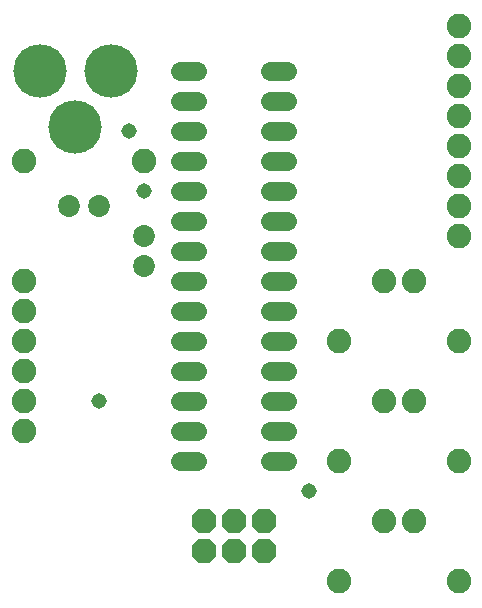
<source format=gbs>
G75*
%MOIN*%
%OFA0B0*%
%FSLAX25Y25*%
%IPPOS*%
%LPD*%
%AMOC8*
5,1,8,0,0,1.08239X$1,22.5*
%
%ADD10C,0.07300*%
%ADD11C,0.17800*%
%ADD12C,0.08200*%
%ADD13OC8,0.08200*%
%ADD14C,0.06400*%
%ADD15C,0.05162*%
D10*
X0508333Y0137860D03*
X0518333Y0137860D03*
X0533333Y0127860D03*
X0533333Y0117860D03*
D11*
X0510459Y0164356D03*
X0498648Y0182860D03*
X0522270Y0182860D03*
D12*
X0493333Y0062860D03*
X0493333Y0072860D03*
X0493333Y0082860D03*
X0493333Y0092860D03*
X0493333Y0102860D03*
X0493333Y0112860D03*
X0598333Y0092860D03*
X0638333Y0092860D03*
X0623333Y0112860D03*
X0613333Y0112860D03*
X0638333Y0127860D03*
X0638333Y0137860D03*
X0638333Y0147860D03*
X0638333Y0157860D03*
X0638333Y0167860D03*
X0638333Y0177860D03*
X0638333Y0187860D03*
X0638333Y0197860D03*
X0533333Y0152860D03*
X0493333Y0152860D03*
X0613333Y0072860D03*
X0623333Y0072860D03*
X0638333Y0052860D03*
X0598333Y0052860D03*
X0613333Y0032860D03*
X0623333Y0032860D03*
X0638333Y0012860D03*
X0598333Y0012860D03*
D13*
X0573333Y0022860D03*
X0563333Y0022860D03*
X0553333Y0022860D03*
X0553333Y0032860D03*
X0563333Y0032860D03*
X0573333Y0032860D03*
D14*
X0575533Y0052860D02*
X0581133Y0052860D01*
X0551133Y0052860D02*
X0545533Y0052860D01*
X0545533Y0062860D02*
X0551133Y0062860D01*
X0575533Y0062860D02*
X0581133Y0062860D01*
X0581133Y0072860D02*
X0575533Y0072860D01*
X0551133Y0072860D02*
X0545533Y0072860D01*
X0545533Y0082860D02*
X0551133Y0082860D01*
X0575533Y0082860D02*
X0581133Y0082860D01*
X0581133Y0092860D02*
X0575533Y0092860D01*
X0551133Y0092860D02*
X0545533Y0092860D01*
X0545533Y0102860D02*
X0551133Y0102860D01*
X0575533Y0102860D02*
X0581133Y0102860D01*
X0581133Y0112860D02*
X0575533Y0112860D01*
X0551133Y0112860D02*
X0545533Y0112860D01*
X0545533Y0122860D02*
X0551133Y0122860D01*
X0575533Y0122860D02*
X0581133Y0122860D01*
X0581133Y0132860D02*
X0575533Y0132860D01*
X0551133Y0132860D02*
X0545533Y0132860D01*
X0545533Y0142860D02*
X0551133Y0142860D01*
X0575533Y0142860D02*
X0581133Y0142860D01*
X0581133Y0152860D02*
X0575533Y0152860D01*
X0551133Y0152860D02*
X0545533Y0152860D01*
X0545533Y0162860D02*
X0551133Y0162860D01*
X0575533Y0162860D02*
X0581133Y0162860D01*
X0581133Y0172860D02*
X0575533Y0172860D01*
X0551133Y0172860D02*
X0545533Y0172860D01*
X0545533Y0182860D02*
X0551133Y0182860D01*
X0575533Y0182860D02*
X0581133Y0182860D01*
D15*
X0528333Y0162860D03*
X0533333Y0142860D03*
X0518333Y0072860D03*
X0588333Y0042860D03*
M02*

</source>
